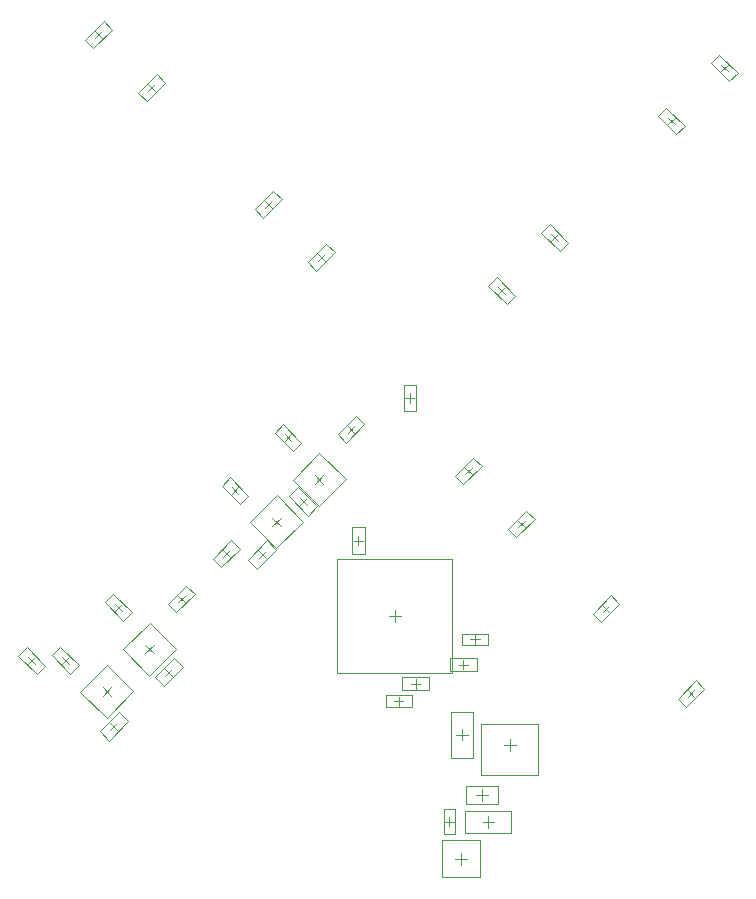
<source format=gbr>
%TF.GenerationSoftware,Altium Limited,Altium Designer,20.1.8 (145)*%
G04 Layer_Color=32896*
%FSLAX45Y45*%
%MOMM*%
%TF.SameCoordinates,71AC3D83-D9DD-4B8C-8FBF-A9C29C1C1930*%
%TF.FilePolarity,Positive*%
%TF.FileFunction,Other,Bottom_Courtyard*%
%TF.Part,Single*%
G01*
G75*
%TA.AperFunction,NonConductor*%
%ADD80C,0.05000*%
%ADD81C,0.10000*%
%ADD82C,0.05080*%
D80*
X603529Y-3722745D02*
Y-3572745D01*
X873529Y-3722745D02*
Y-3572745D01*
X603529Y-3722745D02*
X873529D01*
X603529Y-3572745D02*
X873529D01*
X718529Y-4344448D02*
Y-4029448D01*
X398529Y-4344448D02*
Y-4029448D01*
Y-4344448D02*
X718529D01*
X398529Y-4029448D02*
X718529D01*
X988529Y-3969922D02*
Y-3779922D01*
X598529Y-3969922D02*
Y-3779922D01*
Y-3969922D02*
X988529D01*
X598529Y-3779922D02*
X988529D01*
X733529Y-3479667D02*
X1213529D01*
X733529Y-3049667D02*
X1213529D01*
X1213529Y-3479667D02*
X1213529Y-3049667D01*
X733529Y-3479667D02*
Y-3049667D01*
X-731863Y-1282700D02*
X-654082Y-1204918D01*
X-816716Y-1042283D02*
X-654082Y-1204918D01*
X-894498Y-1120065D02*
X-731863Y-1282700D01*
X-894498Y-1120065D02*
X-816716Y-1042283D01*
X-731863Y-1282700D02*
X-654082Y-1204918D01*
X-816716Y-1042283D02*
X-654082Y-1204918D01*
X-894498Y-1120065D02*
X-731863Y-1282700D01*
X-894498Y-1120065D02*
X-816716Y-1042283D01*
X-1078890Y-1491854D02*
X-1001108Y-1569635D01*
X-1241524Y-1654488D02*
X-1078890Y-1491854D01*
X-1163742Y-1732270D02*
X-1001108Y-1569635D01*
X-1241524Y-1654488D02*
X-1163742Y-1732270D01*
X-1078890Y-1491854D02*
X-1001108Y-1569635D01*
X-1241524Y-1654488D02*
X-1078890Y-1491854D01*
X-1163742Y-1732270D02*
X-1001108Y-1569635D01*
X-1241524Y-1654488D02*
X-1163742Y-1732270D01*
X-1224355Y-1336785D02*
X-1001617Y-1559524D01*
X-998081Y-1110511D02*
X-775343Y-1333250D01*
X-1224355Y-1336785D02*
X-998081Y-1110511D01*
X-1001617Y-1559524D02*
X-775343Y-1333250D01*
X-363534Y-1608564D02*
X-253534D01*
Y-1378564D01*
X-363534Y-1378564D02*
X-363534Y-1608564D01*
X-363534Y-1378564D02*
X-253534Y-1378564D01*
X-363534Y-1608564D02*
X-253534D01*
Y-1378564D01*
X-363534Y-1378564D02*
X-363534Y-1608564D01*
X-363534Y-1378564D02*
X-253534Y-1378564D01*
X62979Y-2762709D02*
Y-2652709D01*
Y-2762709D02*
X292979D01*
X62979Y-2652709D02*
X292979D01*
Y-2762709D02*
Y-2652709D01*
X62979Y-2762709D02*
Y-2652709D01*
Y-2762709D02*
X292979D01*
X62979Y-2652709D02*
X292979D01*
Y-2762709D02*
Y-2652709D01*
X467069Y-2598015D02*
Y-2488015D01*
Y-2598015D02*
X697069D01*
X467069Y-2488015D02*
X697069D01*
Y-2598015D02*
Y-2488015D01*
X467069Y-2598015D02*
Y-2488015D01*
Y-2598015D02*
X697069D01*
X467069Y-2488015D02*
X697069D01*
Y-2598015D02*
Y-2488015D01*
X-485021Y-2615516D02*
X484979D01*
X-485021Y-1645516D02*
X484979D01*
Y-2615516D02*
Y-1645516D01*
X-485021Y-2615516D02*
Y-1645516D01*
X-2438458Y-2996365D02*
X-2212184Y-2770091D01*
X-2661196Y-2773626D02*
X-2434922Y-2547352D01*
X-2212184Y-2770091D01*
X-2661196Y-2773626D02*
X-2438458Y-2996365D01*
X-2079248Y-2637154D02*
X-1852973Y-2410880D01*
X-2301986Y-2414416D02*
X-2075712Y-2188142D01*
X-1852973Y-2410880D01*
X-2301986Y-2414416D02*
X-2079248Y-2637154D01*
X-642406Y-1200314D02*
X-416132Y-974039D01*
X-865145Y-977575D02*
X-638871Y-751301D01*
X-416132Y-974039D01*
X-865145Y-977575D02*
X-642406Y-1200314D01*
X475468Y-3330913D02*
X665468D01*
X475468Y-2940913D02*
X665468D01*
X475468Y-3330913D02*
Y-2940913D01*
X665468Y-3330913D02*
Y-2940913D01*
X-1870685Y-2488627D02*
X-1792903Y-2566409D01*
X-2033320Y-2651262D02*
X-1870685Y-2488627D01*
X-1955538Y-2729044D02*
X-1792903Y-2566409D01*
X-2033320Y-2651262D02*
X-1955538Y-2729044D01*
X-1870685Y-2488627D02*
X-1792903Y-2566409D01*
X-2033320Y-2651262D02*
X-1870685Y-2488627D01*
X-1955538Y-2729044D02*
X-1792903Y-2566409D01*
X-2033320Y-2651262D02*
X-1955538Y-2729044D01*
X-2499412Y-3108652D02*
X-2421630Y-3186434D01*
X-2258996Y-3023800D01*
X-2499412Y-3108652D02*
X-2336778Y-2946018D01*
X-2258996Y-3023800D01*
X-2499412Y-3108652D02*
X-2421630Y-3186434D01*
X-2258996Y-3023800D01*
X-2499412Y-3108652D02*
X-2336778Y-2946018D01*
X-2258996Y-3023800D01*
D81*
X688529Y-3647745D02*
X788529D01*
X738529Y-3697745D02*
Y-3597745D01*
X508529Y-4186948D02*
X608529D01*
X558529Y-4236948D02*
Y-4136948D01*
X423529Y-3872184D02*
X503529D01*
X463529Y-3912184D02*
Y-3832184D01*
X793529Y-3924923D02*
Y-3824923D01*
X743529Y-3874922D02*
X843529D01*
X973529Y-3277417D02*
Y-3177417D01*
X923529Y-3227417D02*
X1023529Y-3227416D01*
X-802574Y-1190776D02*
X-746006Y-1134207D01*
X-802574D02*
X-746006Y-1190776D01*
X-1149600Y-1583778D02*
X-1093032Y-1640346D01*
X-1149600D02*
X-1093032Y-1583778D01*
X-3102149Y-2483311D02*
X-3045581Y-2539879D01*
X-3102149D02*
X-3045581Y-2483310D01*
X-1035204Y-1370373D02*
X-964494Y-1299662D01*
X-1035204Y-1299662D02*
X-964494Y-1370373D01*
X-348533Y-1493564D02*
X-268534D01*
X-308534Y-1533564D02*
Y-1453564D01*
X177979Y-2747709D02*
Y-2667709D01*
X137979Y-2707709D02*
X217978D01*
X582069Y-2583015D02*
Y-2503016D01*
X542070Y-2543015D02*
X622069D01*
X-21Y-2180516D02*
Y-2080516D01*
X-50021Y-2130516D02*
X49979D01*
X-7520Y-2855167D02*
X72479D01*
X32479Y-2895167D02*
Y-2815167D01*
X677989Y-2370516D02*
Y-2290516D01*
X637989Y-2330516D02*
X717989D01*
X-2472045Y-2736503D02*
X-2401335Y-2807214D01*
X-2472045Y-2807214D02*
X-2401335Y-2736503D01*
X-2112835Y-2377293D02*
X-2042124Y-2448004D01*
X-2112835Y-2448003D02*
X-2042124Y-2377293D01*
X-675994Y-940452D02*
X-605283Y-1011163D01*
X-675994Y-1011163D02*
X-605283Y-940452D01*
X-650538Y932674D02*
X-593970Y876105D01*
X-650538D02*
X-593970Y932674D01*
X-1099551Y1325118D02*
X-1042982Y1381687D01*
X-1099551Y1381687D02*
X-1042982Y1325118D01*
X-2087379Y2369515D02*
X-2030811Y2312946D01*
X-2087379D02*
X-2030811Y2369515D01*
X-2536392Y2761959D02*
X-2479824Y2818528D01*
X-2536392Y2818528D02*
X-2479824Y2761959D01*
X876105Y593970D02*
X932674Y650538D01*
X876105Y650538D02*
X932674Y593970D01*
X1325118Y1099551D02*
X1381687Y1042982D01*
X1325118D02*
X1381687Y1099551D01*
X2312946Y2030811D02*
X2369515Y2087379D01*
X2312946Y2087379D02*
X2369515Y2030811D01*
X2761959Y2536392D02*
X2818528Y2479824D01*
X2761959D02*
X2818528Y2536392D01*
X593970Y-876105D02*
X650538Y-932674D01*
X593970Y-932674D02*
X650538Y-876105D01*
X1042982Y-1381687D02*
X1099551Y-1325118D01*
X1042982D02*
X1099551Y-1381687D01*
X2479824Y-2761959D02*
X2536392Y-2818528D01*
X2479824Y-2818528D02*
X2536392Y-2761959D01*
X-932674Y-593970D02*
X-876105Y-650538D01*
X-932674Y-650538D02*
X-876105Y-593970D01*
X-1381687Y-1099551D02*
X-1325118Y-1042982D01*
X-1381687D02*
X-1325118Y-1099551D01*
X-2369515Y-2030811D02*
X-2312946Y-2087379D01*
X-2369515Y-2087379D02*
X-2312946Y-2030811D01*
X-2818528Y-2536392D02*
X-2761959Y-2479824D01*
X-2818528D02*
X-2761959Y-2536392D01*
X127000Y-328400D02*
Y-248400D01*
X87000Y-288400D02*
X167000D01*
X1761403Y-2043539D02*
X1817972Y-2100107D01*
X1761403Y-2100107D02*
X1817971Y-2043539D01*
X-399091Y-578696D02*
X-342523Y-522128D01*
X-399091D02*
X-342523Y-578696D01*
X-1453529Y-1576565D02*
X-1396961Y-1633134D01*
X-1453529D02*
X-1396961Y-1576566D01*
X-1835932Y-2015537D02*
X-1779364Y-1958969D01*
X-1835932D02*
X-1779363Y-2015537D01*
X520468Y-3135913D02*
X620468D01*
X570468Y-3185913D02*
Y-3085913D01*
X-1941396Y-2637120D02*
X-1884827Y-2580552D01*
X-1941396D02*
X-1884827Y-2637120D01*
X-2407488Y-3094510D02*
X-2350920Y-3037942D01*
X-2407488D02*
X-2350920Y-3094510D01*
D82*
X413529Y-3762184D02*
X513529Y-3762183D01*
X413529Y-3982184D02*
X513529D01*
X513529Y-3762183D01*
X413529Y-3982184D02*
Y-3762184D01*
X-3116292Y-2398457D02*
X-2960728Y-2554021D01*
X-3187002Y-2469168D02*
X-3031439Y-2624732D01*
X-3187002Y-2469168D02*
X-3116292Y-2398457D01*
X-3031439Y-2624732D02*
X-2960728Y-2554021D01*
X-77521Y-2805167D02*
X142480D01*
X-77521Y-2905167D02*
X142480D01*
X-77521D02*
Y-2805167D01*
X142480Y-2905167D02*
Y-2805167D01*
X567989Y-2380516D02*
Y-2280516D01*
X787989Y-2380516D02*
Y-2280516D01*
X567989D02*
X787989D01*
X567989Y-2380516D02*
X787989D01*
X-579827Y1017527D02*
X-509117Y946816D01*
X-735391Y861963D02*
X-664680Y791253D01*
X-509117Y946816D01*
X-735391Y861963D02*
X-579827Y1017527D01*
X-1184404Y1310976D02*
X-1028840Y1466540D01*
X-1113693Y1240265D02*
X-958130Y1395829D01*
X-1184404Y1310976D02*
X-1113693Y1240265D01*
X-1028840Y1466540D02*
X-958130Y1395829D01*
X-2016669Y2454368D02*
X-1945958Y2383657D01*
X-2172232Y2298804D02*
X-2101521Y2228094D01*
X-1945958Y2383657D01*
X-2172232Y2298804D02*
X-2016669Y2454368D01*
X-2621245Y2747817D02*
X-2465681Y2903381D01*
X-2550534Y2677106D02*
X-2394971Y2832670D01*
X-2621245Y2747817D02*
X-2550534Y2677106D01*
X-2465681Y2903381D02*
X-2394971Y2832670D01*
X946816Y509117D02*
X1017527Y579827D01*
X791253Y664680D02*
X861963Y735391D01*
X791253Y664680D02*
X946816Y509117D01*
X861963Y735391D02*
X1017527Y579827D01*
X1310976Y1184404D02*
X1466540Y1028840D01*
X1240265Y1113693D02*
X1395829Y958130D01*
X1240265Y1113693D02*
X1310976Y1184404D01*
X1395829Y958130D02*
X1466540Y1028840D01*
X2383657Y1945958D02*
X2454368Y2016669D01*
X2228094Y2101521D02*
X2298804Y2172232D01*
X2228094Y2101521D02*
X2383657Y1945958D01*
X2298804Y2172232D02*
X2454368Y2016669D01*
X2747817Y2621245D02*
X2903381Y2465681D01*
X2677106Y2550534D02*
X2832670Y2394971D01*
X2677106Y2550534D02*
X2747817Y2621245D01*
X2832670Y2394971D02*
X2903381Y2465681D01*
X509117Y-946816D02*
X579827Y-1017527D01*
X664680Y-791253D02*
X735391Y-861963D01*
X509117Y-946816D02*
X664680Y-791253D01*
X579827Y-1017527D02*
X735391Y-861963D01*
X1028840Y-1466540D02*
X1184404Y-1310976D01*
X958130Y-1395829D02*
X1113693Y-1240265D01*
X1184404Y-1310976D01*
X958130Y-1395829D02*
X1028840Y-1466540D01*
X2394971Y-2832670D02*
X2465681Y-2903381D01*
X2550534Y-2677106D02*
X2621245Y-2747817D01*
X2394971Y-2832670D02*
X2550534Y-2677106D01*
X2465681Y-2903381D02*
X2621245Y-2747817D01*
X-1017527Y-579827D02*
X-861963Y-735391D01*
X-946816Y-509117D02*
X-791253Y-664680D01*
X-861963Y-735391D02*
X-791253Y-664680D01*
X-1017527Y-579827D02*
X-946816Y-509117D01*
X-1466540Y-1028840D02*
X-1395829Y-958130D01*
X-1310976Y-1184404D02*
X-1240265Y-1113693D01*
X-1395829Y-958130D02*
X-1240265Y-1113693D01*
X-1466540Y-1028840D02*
X-1310976Y-1184404D01*
X-2454368Y-2016669D02*
X-2298804Y-2172232D01*
X-2383657Y-1945958D02*
X-2228094Y-2101521D01*
X-2298804Y-2172232D02*
X-2228094Y-2101521D01*
X-2454368Y-2016669D02*
X-2383657Y-1945958D01*
X-2903381Y-2465681D02*
X-2832670Y-2394971D01*
X-2747817Y-2621245D02*
X-2677106Y-2550534D01*
X-2832670Y-2394971D02*
X-2677106Y-2550534D01*
X-2903381Y-2465681D02*
X-2747817Y-2621245D01*
X177000Y-398400D02*
Y-178400D01*
X77000Y-398400D02*
Y-178400D01*
X177000D01*
X77000Y-398400D02*
X177000D01*
X1676550Y-2114249D02*
X1747261Y-2184960D01*
X1832114Y-1958686D02*
X1902824Y-2029397D01*
X1676550Y-2114249D02*
X1832114Y-1958686D01*
X1747261Y-2184960D02*
X1902824Y-2029397D01*
X-413233Y-663549D02*
X-257670Y-507986D01*
X-483944Y-592838D02*
X-328381Y-437275D01*
X-257670Y-507986D01*
X-483944Y-592838D02*
X-413233Y-663549D01*
X-1382818Y-1491713D02*
X-1312108Y-1562423D01*
X-1538382Y-1647276D02*
X-1467671Y-1717987D01*
X-1312108Y-1562423D01*
X-1538382Y-1647276D02*
X-1382818Y-1491713D01*
X-1850074Y-2100390D02*
X-1694511Y-1944826D01*
X-1920785Y-2029679D02*
X-1765222Y-1874116D01*
X-1694511Y-1944826D01*
X-1920785Y-2029679D02*
X-1850074Y-2100390D01*
%TF.MD5,4a0154b007c0c662d1e3dd6f22063236*%
M02*

</source>
